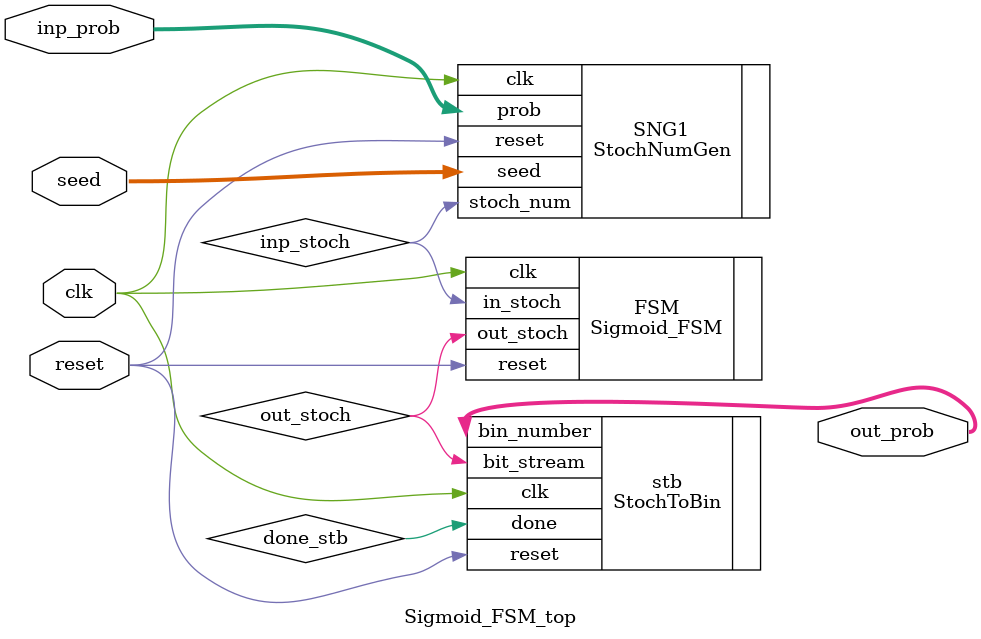
<source format=v>

module Sigmoid_FSM_top(
    input clk,
    input reset,
    input [7:0] inp_prob,
    input [7:0] seed,
    output [7:0] out_prob
    );

    // Wires
    wire inp_stoch;
    wire out_stoch;
    wire done_stb;

    // Generate stochastic number
    StochNumGen SNG1(
        .clk                (clk),
        .reset              (reset),
        .seed               (seed),
        .prob               (inp_prob),
        .stoch_num          (inp_stoch)
    );

    // Apply stoch input to FSM
    Sigmoid_FSM FSM(
        .clk                (clk),
        .reset              (reset),
        .in_stoch           (inp_stoch),
        .out_stoch          (out_stoch)
    );

    // Estimate probability of output
    StochToBin stb(
        .clk                (clk),
        .reset              (reset),
        .bit_stream         (out_stoch),
        .bin_number         (out_prob),
        .done               (done_stb)
    );

endmodule

</source>
